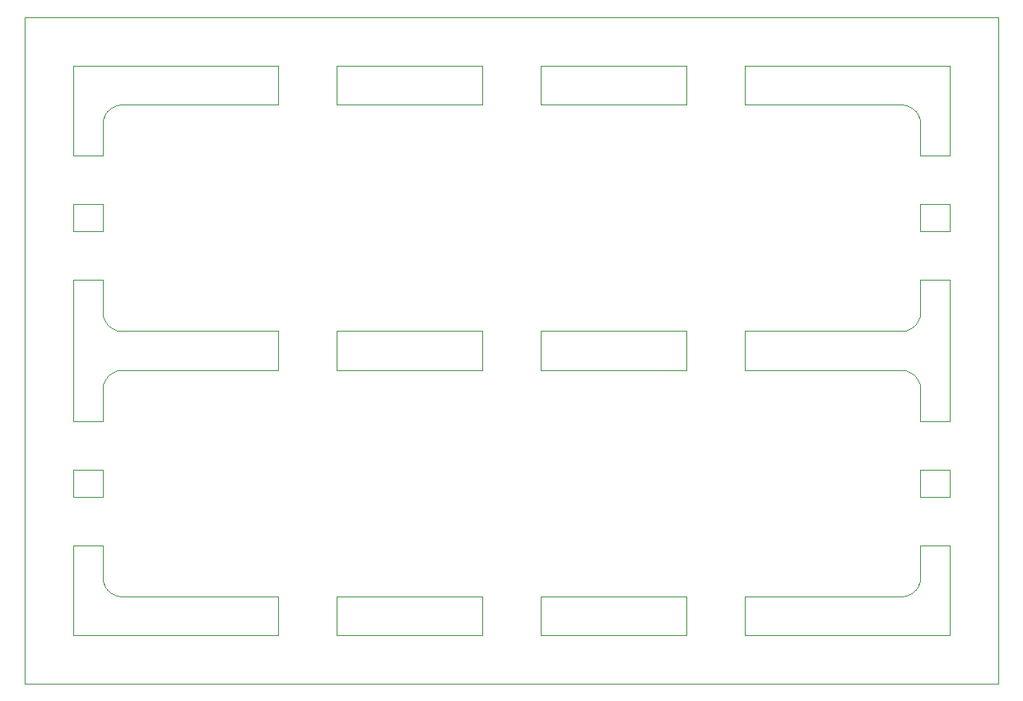
<source format=gbr>
%TF.GenerationSoftware,KiCad,Pcbnew,8.0.4*%
%TF.CreationDate,2024-09-16T11:13:23-03:00*%
%TF.ProjectId,Mini-C3-panelized,4d696e69-2d43-4332-9d70-616e656c697a,rev?*%
%TF.SameCoordinates,Original*%
%TF.FileFunction,Profile,NP*%
%FSLAX46Y46*%
G04 Gerber Fmt 4.6, Leading zero omitted, Abs format (unit mm)*
G04 Created by KiCad (PCBNEW 8.0.4) date 2024-09-16 11:13:23*
%MOMM*%
%LPD*%
G01*
G04 APERTURE LIST*
%TA.AperFunction,Profile*%
%ADD10C,0.100000*%
%TD*%
G04 APERTURE END LIST*
D10*
X106478440Y-30597402D02*
X106460563Y-30697144D01*
X106478440Y-57897402D02*
X106460563Y-57997144D01*
X188965097Y-56340940D02*
X188865355Y-56323063D01*
X103437500Y-47033333D02*
X106437500Y-47033333D01*
X190521559Y-30597402D02*
X190498654Y-30498694D01*
X189161226Y-52208278D02*
X189257110Y-52175504D01*
X107134755Y-29482483D02*
X107059566Y-29550414D01*
X198562500Y-20000000D02*
X98437500Y-20000000D01*
X190080016Y-29697255D02*
X190012085Y-29622066D01*
X166531250Y-79600000D02*
X166531250Y-83600000D01*
X190358109Y-78480788D02*
X190400415Y-78388711D01*
X188562500Y-56300000D02*
X172531250Y-56300000D01*
X106688806Y-78570603D02*
X106740211Y-78657928D01*
X190559933Y-50401298D02*
X190562500Y-50300000D01*
X190259788Y-78657928D02*
X190311193Y-78570603D01*
X166531250Y-83600000D02*
X151500000Y-83600000D01*
X106641890Y-30119211D02*
X106599584Y-30211288D01*
X190521559Y-57897402D02*
X190498654Y-57798694D01*
X193562500Y-39266666D02*
X193562500Y-42033333D01*
X189351211Y-52137915D02*
X189443288Y-52095609D01*
X190012085Y-56922066D02*
X189940433Y-56850414D01*
X106987914Y-51677933D02*
X107059566Y-51749585D01*
X190311193Y-78570603D02*
X190358109Y-78480788D01*
X190498654Y-30498694D02*
X190470778Y-30401273D01*
X188865355Y-52276936D02*
X188965097Y-52259059D01*
X145500000Y-52300000D02*
X145500000Y-54299000D01*
X124468750Y-54301000D02*
X124468750Y-56300000D01*
X189257110Y-29124495D02*
X189161226Y-29091721D01*
X188865355Y-29023063D02*
X188764836Y-29010261D01*
X106987914Y-56922066D02*
X106919983Y-56997255D01*
X145500000Y-83600000D02*
X130468750Y-83600000D01*
X172531250Y-83600000D02*
X172531250Y-79600000D01*
X106440066Y-58198701D02*
X106437500Y-58300000D01*
X189443288Y-79395609D02*
X189533103Y-79348693D01*
X103437500Y-25000000D02*
X124468750Y-25000000D01*
X107466896Y-52048693D02*
X107556711Y-52095609D01*
X106447761Y-77802336D02*
X106460563Y-77902855D01*
X188965097Y-29040940D02*
X188865355Y-29023063D01*
X107838773Y-79508278D02*
X107936194Y-79536154D01*
X130468750Y-52300000D02*
X145500000Y-52300000D01*
X98437500Y-20000000D02*
X98437500Y-88600000D01*
X188764836Y-79589738D02*
X188865355Y-79576936D01*
X193562500Y-66566666D02*
X193562500Y-69333333D01*
X145500000Y-56300000D02*
X130468750Y-56300000D01*
X145500000Y-25000000D02*
X145500000Y-29000000D01*
X189786711Y-29418448D02*
X189705036Y-29358473D01*
X166531250Y-52300000D02*
X166531250Y-54299000D01*
X124468750Y-25000000D02*
X124468750Y-29000000D01*
X189786711Y-56718448D02*
X189705036Y-56658473D01*
X172531250Y-54301000D02*
X172531250Y-54299000D01*
X107059566Y-29550414D02*
X106987914Y-29622066D01*
X193562500Y-34266666D02*
X190562500Y-34266666D01*
X106437500Y-74333333D02*
X106437500Y-77600000D01*
X190080016Y-56997255D02*
X190012085Y-56922066D01*
X190552238Y-30797663D02*
X190539436Y-30697144D01*
X190539436Y-57997144D02*
X190521559Y-57897402D01*
X189705036Y-79241526D02*
X189786711Y-79181551D01*
X103437500Y-74333333D02*
X106437500Y-74333333D01*
X190400415Y-57511288D02*
X190358109Y-57419211D01*
X106688806Y-30029396D02*
X106641890Y-30119211D01*
X107466896Y-29251306D02*
X107379571Y-29302711D01*
X193562500Y-83600000D02*
X172531250Y-83600000D01*
X124468750Y-56300000D02*
X108437500Y-56300000D01*
X188764836Y-56310261D02*
X188663798Y-56302566D01*
X106529221Y-50898726D02*
X106561995Y-50994610D01*
X103437500Y-61566666D02*
X103437500Y-47033333D01*
X151500000Y-52300000D02*
X166531250Y-52300000D01*
X106478440Y-78002597D02*
X106501345Y-78101305D01*
X106501345Y-78101305D02*
X106529221Y-78198726D01*
X172531250Y-52300000D02*
X188562500Y-52300000D01*
X107294963Y-79241526D02*
X107379571Y-79297288D01*
X190400415Y-51088711D02*
X190438004Y-50994610D01*
X106501345Y-50801305D02*
X106529221Y-50898726D01*
X106641890Y-57419211D02*
X106599584Y-57511288D01*
X108034902Y-52259059D02*
X108134644Y-52276936D01*
X172531250Y-25000000D02*
X193562500Y-25000000D01*
X190562500Y-50300000D02*
X190562500Y-47033333D01*
X151500000Y-56300000D02*
X151500000Y-54301000D01*
X151500000Y-79600000D02*
X166531250Y-79600000D01*
X189257110Y-52175504D02*
X189351211Y-52137915D01*
X103437500Y-42033333D02*
X103437500Y-39266666D01*
X190012085Y-51677933D02*
X190080016Y-51602744D01*
X107213288Y-29418448D02*
X107134755Y-29482483D01*
X106795973Y-57157463D02*
X106740211Y-57242071D01*
X106529221Y-57701273D02*
X106501345Y-57798694D01*
X190400415Y-30211288D02*
X190358109Y-30119211D01*
X107213288Y-79181551D02*
X107294963Y-79241526D01*
X106795973Y-51442536D02*
X106855948Y-51524211D01*
X103437500Y-34266666D02*
X103437500Y-25000000D01*
X103437500Y-69333333D02*
X103437500Y-66566666D01*
X190552238Y-77802336D02*
X190559933Y-77701298D01*
X107294963Y-51941526D02*
X107379571Y-51997288D01*
X145500000Y-29000000D02*
X130468750Y-29000000D01*
X151500000Y-29000000D02*
X151500000Y-25000000D01*
X190311193Y-30029396D02*
X190259788Y-29942071D01*
X124468750Y-79600000D02*
X124468750Y-83600000D01*
X106501345Y-57798694D02*
X106478440Y-57897402D01*
X106440066Y-77701298D02*
X106447761Y-77802336D01*
X190080016Y-78902744D02*
X190144051Y-78824211D01*
X190562500Y-66566666D02*
X193562500Y-66566666D01*
X190438004Y-30305389D02*
X190400415Y-30211288D01*
X166531250Y-54301000D02*
X166531250Y-56300000D01*
X106795973Y-29857463D02*
X106740211Y-29942071D01*
X130468750Y-79600000D02*
X145500000Y-79600000D01*
X98437500Y-88600000D02*
X198562500Y-88600000D01*
X106561995Y-50994610D02*
X106599584Y-51088711D01*
X193562500Y-25000000D02*
X193562500Y-34266666D01*
X106561995Y-57605389D02*
X106529221Y-57701273D01*
X190080016Y-51602744D02*
X190144051Y-51524211D01*
X130468750Y-54299000D02*
X130468750Y-52300000D01*
X151500000Y-54301000D02*
X151500000Y-54299000D01*
X106599584Y-78388711D02*
X106641890Y-78480788D01*
X190562500Y-61566666D02*
X190562500Y-58300000D01*
X107556711Y-52095609D02*
X107648788Y-52137915D01*
X189063805Y-56363845D02*
X188965097Y-56340940D01*
X107379571Y-29302711D02*
X107294963Y-29358473D01*
X189351211Y-29162084D02*
X189257110Y-29124495D01*
X188764836Y-52289738D02*
X188865355Y-52276936D01*
X107134755Y-56782483D02*
X107059566Y-56850414D01*
X189161226Y-29091721D02*
X189063805Y-29063845D01*
X108336201Y-52297433D02*
X108437500Y-52300000D01*
X108134644Y-79576936D02*
X108235163Y-79589738D01*
X190562500Y-42033333D02*
X190562500Y-39266666D01*
X106460563Y-50602855D02*
X106478440Y-50702597D01*
X106478440Y-50702597D02*
X106501345Y-50801305D01*
X189940433Y-29550414D02*
X189865244Y-29482483D01*
X108336201Y-29002566D02*
X108235163Y-29010261D01*
X108235163Y-56310261D02*
X108134644Y-56323063D01*
X106641890Y-78480788D02*
X106688806Y-78570603D01*
X107134755Y-51817516D02*
X107213288Y-51881551D01*
X106460563Y-57997144D02*
X106447761Y-58097663D01*
X190498654Y-50801305D02*
X190521559Y-50702597D01*
X172531250Y-29000000D02*
X172531250Y-25000000D01*
X189620428Y-79297288D02*
X189705036Y-79241526D01*
X107059566Y-51749585D02*
X107134755Y-51817516D01*
X107742889Y-52175504D02*
X107838773Y-52208278D01*
X189161226Y-56391721D02*
X189063805Y-56363845D01*
X190438004Y-50994610D02*
X190470778Y-50898726D01*
X107742889Y-29124495D02*
X107648788Y-29162084D01*
X188965097Y-79559059D02*
X189063805Y-79536154D01*
X106740211Y-51357928D02*
X106795973Y-51442536D01*
X106529221Y-30401273D02*
X106501345Y-30498694D01*
X151500000Y-83600000D02*
X151500000Y-79600000D01*
X189705036Y-56658473D02*
X189620428Y-56602711D01*
X189257110Y-79475504D02*
X189351211Y-79437915D01*
X190552238Y-58097663D02*
X190539436Y-57997144D01*
X108336201Y-79597433D02*
X108437500Y-79600000D01*
X193562500Y-61566666D02*
X190562500Y-61566666D01*
X106987914Y-78977933D02*
X107059566Y-79049585D01*
X107742889Y-56424495D02*
X107648788Y-56462084D01*
X107379571Y-79297288D02*
X107466896Y-79348693D01*
X107294963Y-56658473D02*
X107213288Y-56718448D01*
X172531250Y-54299000D02*
X172531250Y-52300000D01*
X106855948Y-57075788D02*
X106795973Y-57157463D01*
X190498654Y-78101305D02*
X190521559Y-78002597D01*
X106599584Y-30211288D02*
X106561995Y-30305389D01*
X172531250Y-79600000D02*
X188562500Y-79600000D01*
X151500000Y-25000000D02*
X166531250Y-25000000D01*
X190552238Y-50502336D02*
X190559933Y-50401298D01*
X166531250Y-25000000D02*
X166531250Y-29000000D01*
X106561995Y-78294610D02*
X106599584Y-78388711D01*
X190562500Y-47033333D02*
X193562500Y-47033333D01*
X189865244Y-56782483D02*
X189786711Y-56718448D01*
X190311193Y-51270603D02*
X190358109Y-51180788D01*
X190562500Y-34266666D02*
X190562500Y-31000000D01*
X145500000Y-79600000D02*
X145500000Y-83600000D01*
X188865355Y-56323063D02*
X188764836Y-56310261D01*
X188865355Y-79576936D02*
X188965097Y-79559059D01*
X107936194Y-79536154D02*
X108034902Y-79559059D01*
X107648788Y-56462084D02*
X107556711Y-56504390D01*
X108034902Y-79559059D02*
X108134644Y-79576936D01*
X189533103Y-29251306D02*
X189443288Y-29204390D01*
X190144051Y-29775788D02*
X190080016Y-29697255D01*
X106919983Y-29697255D02*
X106855948Y-29775788D01*
X107838773Y-56391721D02*
X107742889Y-56424495D01*
X190562500Y-58300000D02*
X190559933Y-58198701D01*
X107134755Y-79117516D02*
X107213288Y-79181551D01*
X106437500Y-77600000D02*
X106440066Y-77701298D01*
X190204026Y-51442536D02*
X190259788Y-51357928D01*
X107213288Y-51881551D02*
X107294963Y-51941526D01*
X190144051Y-78824211D02*
X190204026Y-78742536D01*
X198562500Y-88600000D02*
X198562500Y-20000000D01*
X107059566Y-79049585D02*
X107134755Y-79117516D01*
X189257110Y-56424495D02*
X189161226Y-56391721D01*
X189443288Y-29204390D02*
X189351211Y-29162084D01*
X108437500Y-79600000D02*
X124468750Y-79600000D01*
X107379571Y-56602711D02*
X107294963Y-56658473D01*
X189161226Y-79508278D02*
X189257110Y-79475504D01*
X189620428Y-29302711D02*
X189533103Y-29251306D01*
X106688806Y-57329396D02*
X106641890Y-57419211D01*
X108134644Y-52276936D02*
X108235163Y-52289738D01*
X190438004Y-78294610D02*
X190470778Y-78198726D01*
X130468750Y-25000000D02*
X145500000Y-25000000D01*
X107838773Y-29091721D02*
X107742889Y-29124495D01*
X107213288Y-56718448D02*
X107134755Y-56782483D01*
X166531250Y-29000000D02*
X151500000Y-29000000D01*
X106599584Y-57511288D02*
X106561995Y-57605389D01*
X193562500Y-47033333D02*
X193562500Y-61566666D01*
X107379571Y-51997288D02*
X107466896Y-52048693D01*
X190559933Y-77701298D02*
X190562500Y-77600000D01*
X188562500Y-29000000D02*
X172531250Y-29000000D01*
X106919983Y-51602744D02*
X106987914Y-51677933D01*
X107556711Y-79395609D02*
X107648788Y-79437915D01*
X103437500Y-39266666D02*
X106437500Y-39266666D01*
X106641890Y-51180788D02*
X106688806Y-51270603D01*
X189786711Y-51881551D02*
X189865244Y-51817516D01*
X188562500Y-52300000D02*
X188663798Y-52297433D01*
X107059566Y-56850414D02*
X106987914Y-56922066D01*
X106599584Y-51088711D02*
X106641890Y-51180788D01*
X172531250Y-56300000D02*
X172531250Y-54301000D01*
X108034902Y-29040940D02*
X107936194Y-29063845D01*
X190259788Y-57242071D02*
X190204026Y-57157463D01*
X108336201Y-56302566D02*
X108235163Y-56310261D01*
X189063805Y-52236154D02*
X189161226Y-52208278D01*
X166531250Y-56300000D02*
X151500000Y-56300000D01*
X108034902Y-56340940D02*
X107936194Y-56363845D01*
X189620428Y-56602711D02*
X189533103Y-56551306D01*
X106447761Y-58097663D02*
X106440066Y-58198701D01*
X188562500Y-79600000D02*
X188663798Y-79597433D01*
X190259788Y-51357928D02*
X190311193Y-51270603D01*
X189940433Y-51749585D02*
X190012085Y-51677933D01*
X106437500Y-34266666D02*
X103437500Y-34266666D01*
X189865244Y-29482483D02*
X189786711Y-29418448D01*
X106447761Y-50502336D02*
X106460563Y-50602855D01*
X190012085Y-78977933D02*
X190080016Y-78902744D01*
X189443288Y-52095609D02*
X189533103Y-52048693D01*
X189443288Y-56504390D02*
X189351211Y-56462084D01*
X106740211Y-78657928D02*
X106795973Y-78742536D01*
X108235163Y-29010261D02*
X108134644Y-29023063D01*
X193562500Y-42033333D02*
X190562500Y-42033333D01*
X106437500Y-58300000D02*
X106437500Y-61566666D01*
X106688806Y-51270603D02*
X106740211Y-51357928D01*
X103437500Y-83600000D02*
X103437500Y-74333333D01*
X130468750Y-29000000D02*
X130468750Y-25000000D01*
X106740211Y-29942071D02*
X106688806Y-30029396D01*
X106919983Y-78902744D02*
X106987914Y-78977933D01*
X190144051Y-51524211D02*
X190204026Y-51442536D01*
X190144051Y-57075788D02*
X190080016Y-56997255D01*
X106460563Y-30697144D02*
X106447761Y-30797663D01*
X189620428Y-51997288D02*
X189705036Y-51941526D01*
X189351211Y-56462084D02*
X189257110Y-56424495D01*
X107556711Y-56504390D02*
X107466896Y-56551306D01*
X130468750Y-56300000D02*
X130468750Y-54301000D01*
X106437500Y-50300000D02*
X106440066Y-50401298D01*
X106440066Y-50401298D02*
X106447761Y-50502336D01*
X145500000Y-54299000D02*
X145500000Y-54301000D01*
X190521559Y-50702597D02*
X190539436Y-50602855D01*
X190562500Y-69333333D02*
X190562500Y-66566666D01*
X190358109Y-51180788D02*
X190400415Y-51088711D01*
X190470778Y-78198726D02*
X190498654Y-78101305D01*
X107936194Y-56363845D02*
X107838773Y-56391721D01*
X189865244Y-79117516D02*
X189940433Y-79049585D01*
X107742889Y-79475504D02*
X107838773Y-79508278D01*
X108437500Y-56300000D02*
X108336201Y-56302566D01*
X190438004Y-57605389D02*
X190400415Y-57511288D01*
X189705036Y-51941526D02*
X189786711Y-51881551D01*
X189865244Y-51817516D02*
X189940433Y-51749585D01*
X107466896Y-79348693D02*
X107556711Y-79395609D01*
X190539436Y-50602855D02*
X190552238Y-50502336D01*
X189351211Y-79437915D02*
X189443288Y-79395609D01*
X107936194Y-29063845D02*
X107838773Y-29091721D01*
X107648788Y-52137915D02*
X107742889Y-52175504D01*
X190470778Y-57701273D02*
X190438004Y-57605389D01*
X188663798Y-29002566D02*
X188562500Y-29000000D01*
X106987914Y-29622066D02*
X106919983Y-29697255D01*
X188663798Y-52297433D02*
X188764836Y-52289738D01*
X106447761Y-30797663D02*
X106440066Y-30898701D01*
X190400415Y-78388711D02*
X190438004Y-78294610D01*
X124468750Y-29000000D02*
X108437500Y-29000000D01*
X190204026Y-57157463D02*
X190144051Y-57075788D01*
X107556711Y-29204390D02*
X107466896Y-29251306D01*
X190521559Y-78002597D02*
X190539436Y-77902855D01*
X107294963Y-29358473D02*
X107213288Y-29418448D01*
X108235163Y-52289738D02*
X108336201Y-52297433D01*
X189786711Y-79181551D02*
X189865244Y-79117516D01*
X103437500Y-66566666D02*
X106437500Y-66566666D01*
X107838773Y-52208278D02*
X107936194Y-52236154D01*
X106561995Y-30305389D02*
X106529221Y-30401273D01*
X190470778Y-50898726D02*
X190498654Y-50801305D01*
X106460563Y-77902855D02*
X106478440Y-78002597D01*
X190358109Y-30119211D02*
X190311193Y-30029396D01*
X106437500Y-66566666D02*
X106437500Y-69333333D01*
X190311193Y-57329396D02*
X190259788Y-57242071D01*
X166531250Y-54299000D02*
X166531250Y-54301000D01*
X106855948Y-29775788D02*
X106795973Y-29857463D01*
X145500000Y-54301000D02*
X145500000Y-56300000D01*
X130468750Y-54301000D02*
X130468750Y-54299000D01*
X108437500Y-29000000D02*
X108336201Y-29002566D01*
X106919983Y-56997255D02*
X106855948Y-57075788D01*
X190562500Y-39266666D02*
X193562500Y-39266666D01*
X190539436Y-77902855D02*
X190552238Y-77802336D01*
X107936194Y-52236154D02*
X108034902Y-52259059D01*
X190562500Y-74333333D02*
X193562500Y-74333333D01*
X106437500Y-47033333D02*
X106437500Y-50300000D01*
X193562500Y-74333333D02*
X193562500Y-83600000D01*
X190559933Y-30898701D02*
X190552238Y-30797663D01*
X124468750Y-54299000D02*
X124468750Y-54301000D01*
X190204026Y-78742536D02*
X190259788Y-78657928D01*
X108134644Y-56323063D02*
X108034902Y-56340940D01*
X106437500Y-61566666D02*
X103437500Y-61566666D01*
X190204026Y-29857463D02*
X190144051Y-29775788D01*
X189533103Y-56551306D02*
X189443288Y-56504390D01*
X188663798Y-56302566D02*
X188562500Y-56300000D01*
X190562500Y-31000000D02*
X190559933Y-30898701D01*
X107648788Y-79437915D02*
X107742889Y-79475504D01*
X190539436Y-30697144D02*
X190521559Y-30597402D01*
X106795973Y-78742536D02*
X106855948Y-78824211D01*
X190498654Y-57798694D02*
X190470778Y-57701273D01*
X188663798Y-79597433D02*
X188764836Y-79589738D01*
X124468750Y-83600000D02*
X103437500Y-83600000D01*
X190259788Y-29942071D02*
X190204026Y-29857463D01*
X189705036Y-29358473D02*
X189620428Y-29302711D01*
X190012085Y-29622066D02*
X189940433Y-29550414D01*
X151500000Y-54299000D02*
X151500000Y-52300000D01*
X124468750Y-52300000D02*
X124468750Y-54299000D01*
X108437500Y-52300000D02*
X124468750Y-52300000D01*
X189063805Y-29063845D02*
X188965097Y-29040940D01*
X189063805Y-79536154D02*
X189161226Y-79508278D01*
X106740211Y-57242071D02*
X106688806Y-57329396D01*
X106437500Y-42033333D02*
X103437500Y-42033333D01*
X193562500Y-69333333D02*
X190562500Y-69333333D01*
X189940433Y-79049585D02*
X190012085Y-78977933D01*
X189533103Y-79348693D02*
X189620428Y-79297288D01*
X106440066Y-30898701D02*
X106437500Y-31000000D01*
X189940433Y-56850414D02*
X189865244Y-56782483D01*
X106437500Y-31000000D02*
X106437500Y-34266666D01*
X190358109Y-57419211D02*
X190311193Y-57329396D01*
X106855948Y-51524211D02*
X106919983Y-51602744D01*
X189533103Y-52048693D02*
X189620428Y-51997288D01*
X107466896Y-56551306D02*
X107379571Y-56602711D01*
X188965097Y-52259059D02*
X189063805Y-52236154D01*
X106529221Y-78198726D02*
X106561995Y-78294610D01*
X108134644Y-29023063D02*
X108034902Y-29040940D01*
X106501345Y-30498694D02*
X106478440Y-30597402D01*
X106437500Y-69333333D02*
X103437500Y-69333333D01*
X190562500Y-77600000D02*
X190562500Y-74333333D01*
X106855948Y-78824211D02*
X106919983Y-78902744D01*
X108235163Y-79589738D02*
X108336201Y-79597433D01*
X188764836Y-29010261D02*
X188663798Y-29002566D01*
X190470778Y-30401273D02*
X190438004Y-30305389D01*
X130468750Y-83600000D02*
X130468750Y-79600000D01*
X107648788Y-29162084D02*
X107556711Y-29204390D01*
X106437500Y-39266666D02*
X106437500Y-42033333D01*
X190559933Y-58198701D02*
X190552238Y-58097663D01*
M02*

</source>
